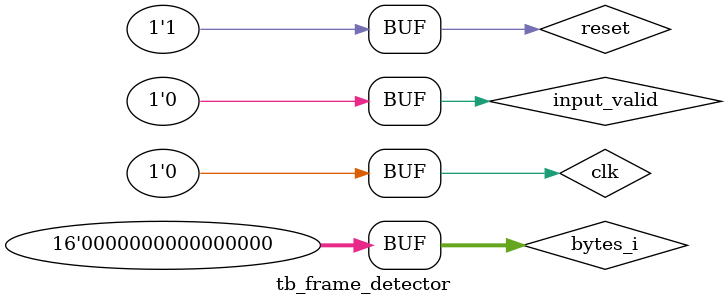
<source format=v>
`timescale 1ns/1ns

module tb_frame_detector;
	reg clk;
	reg reset;
	reg input_valid;
	reg  [15:0]bytes_i;
	wire synced;
	
wire reset_g;

GSR 
GSR_INST (
	.GSR_N(1'b1),
	.CLK(1'b0)
);

frame_detector #(.MIPI_GEAR(16)) dec1(.reset_i(reset),
							 .clk_i(clk),
							 .data_valid_i(input_valid),
							 .data_lane0_i(bytes_i),
							 .detected_frame_sync_o(synced));

												
task sendbytes;
	input [15:0]bytes;
	begin
	bytes_i = bytes;
	clk = 1'b1;
	#4
	clk = 1'b0;
	#4;
	end
endtask

task sendpacket;
	reg [16:0]i;
	for ( i= 32'b0; i < 32'h4C0; i = i + 4)
	begin
		sendbytes(i*1000);
	end
endtask

initial begin
		reset = 1'b1;
		clk = 1'b0;
		input_valid = 1'h0;
		#50
		clk = 1'b1;
		#4
		clk = 1'b0;
		#4
		clk = 1'b1;
		reset = 1'b0;
		sendbytes(16'h0000);
		sendbytes(16'h0000);
		sendbytes(16'h0000);
		sendbytes(16'h0000);
		sendbytes(16'h0000);
		sendbytes(16'h0000);
		input_valid = 1'h1;
		sendbytes(16'h00B8);
		sendbytes(16'h01B8);
		sendbytes(16'h01B8);
		sendbytes(16'h0201);
		sendbytes(16'h0201);
		sendbytes(16'h0201);
		sendbytes(16'h0201);
		sendbytes(16'h01B8);
		sendbytes(16'h0003);
		input_valid = 1'h0;
		sendbytes(16'h00000000);
		sendbytes(16'h00000000);
		sendbytes(16'h00000000);
		sendbytes(16'h0000);
		sendbytes(16'h0000);
		input_valid = 1'h1;
		sendbytes(16'h2BB8);
		sendbytes(16'h0201);
		sendbytes(16'h0003);
		input_valid = 1'h0;
		sendbytes(16'h00000000);
		sendbytes(16'h00000000);
		sendbytes(16'h0000);
		sendbytes(16'h0000);
		input_valid = 1'h1;
		sendbytes(16'h2CB8);
		sendbytes(16'h0201);
		sendbytes(16'h0003);
		input_valid = 1'h0;
		sendbytes(16'h00000000);
		sendbytes(16'h00000000);
		sendbytes(16'h0000);
		sendbytes(16'h0000);
		input_valid = 1'h1;
		sendbytes(16'h2DB8);
		sendbytes(16'h0201);
		sendbytes(16'h0003);
		input_valid = 1'h0;
		sendbytes(16'h00000000);
		sendbytes(16'h00000000);
		sendbytes(16'h00000000);
		sendbytes(16'h00000000);
		sendbytes(16'h0000);
		sendbytes(16'h0000);
		input_valid = 1'h1;
		sendbytes(16'h01B8);
		sendbytes(16'h0205);
		sendbytes(16'h0003);
		input_valid = 1'h0;
		sendbytes(16'h00000000);
		sendbytes(16'h00000000);
		sendbytes(16'h00000000);
		sendbytes(16'h00000000);
		sendbytes(16'h00000000);
		sendbytes(16'h00000000);
		sendbytes(16'h00000000);
		sendbytes(16'h00000000);
		
		reset = 1'b1;
		
end

endmodule

</source>
